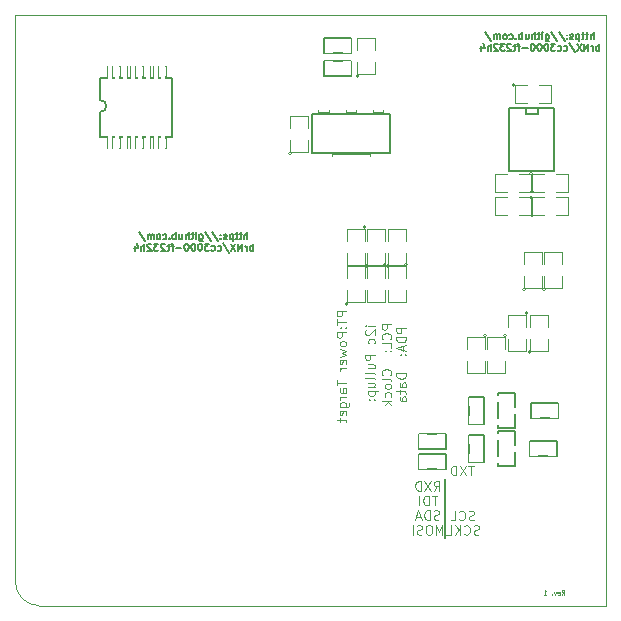
<source format=gbo>
G04 (created by PCBNEW (2013-mar-13)-testing) date Thu 22 Aug 2013 04:52:17 PM WEST*
%MOIN*%
G04 Gerber Fmt 3.4, Leading zero omitted, Abs format*
%FSLAX34Y34*%
G01*
G70*
G90*
G04 APERTURE LIST*
%ADD10C,0.005906*%
%ADD11C,0.004724*%
%ADD12C,0.003937*%
%ADD13C,0.007874*%
%ADD14C,0.003900*%
%ADD15C,0.005000*%
%ADD16C,0.002600*%
%ADD17C,0.008000*%
%ADD18C,0.035400*%
%ADD19O,0.074000X0.074000*%
%ADD20R,0.055000X0.035000*%
%ADD21R,0.035000X0.055000*%
%ADD22R,0.055100X0.023600*%
%ADD23R,0.048000X0.088000*%
%ADD24R,0.141700X0.086600*%
%ADD25R,0.025000X0.045000*%
%ADD26R,0.039400X0.023600*%
%ADD27R,0.045000X0.025000*%
%ADD28R,0.015700X0.062900*%
G04 APERTURE END LIST*
G54D10*
G54D11*
X12373Y9717D02*
X12163Y9717D01*
X12058Y9717D02*
X12073Y9732D01*
X12088Y9717D01*
X12073Y9702D01*
X12058Y9717D01*
X12088Y9717D01*
X12088Y9582D02*
X12073Y9567D01*
X12058Y9537D01*
X12058Y9462D01*
X12073Y9432D01*
X12088Y9417D01*
X12118Y9402D01*
X12148Y9402D01*
X12193Y9417D01*
X12373Y9597D01*
X12373Y9402D01*
X12358Y9132D02*
X12373Y9162D01*
X12373Y9222D01*
X12358Y9252D01*
X12343Y9267D01*
X12313Y9282D01*
X12223Y9282D01*
X12193Y9267D01*
X12178Y9252D01*
X12163Y9222D01*
X12163Y9162D01*
X12178Y9132D01*
X12373Y8757D02*
X12058Y8757D01*
X12058Y8637D01*
X12073Y8607D01*
X12088Y8592D01*
X12118Y8577D01*
X12163Y8577D01*
X12193Y8592D01*
X12208Y8607D01*
X12223Y8637D01*
X12223Y8757D01*
X12163Y8307D02*
X12373Y8307D01*
X12163Y8442D02*
X12328Y8442D01*
X12358Y8427D01*
X12373Y8397D01*
X12373Y8352D01*
X12358Y8322D01*
X12343Y8307D01*
X12373Y8112D02*
X12358Y8142D01*
X12328Y8157D01*
X12058Y8157D01*
X12373Y7947D02*
X12358Y7977D01*
X12328Y7992D01*
X12058Y7992D01*
X12163Y7692D02*
X12373Y7692D01*
X12163Y7827D02*
X12328Y7827D01*
X12358Y7812D01*
X12373Y7782D01*
X12373Y7737D01*
X12358Y7707D01*
X12343Y7692D01*
X12163Y7542D02*
X12478Y7542D01*
X12178Y7542D02*
X12163Y7512D01*
X12163Y7452D01*
X12178Y7422D01*
X12193Y7407D01*
X12223Y7392D01*
X12313Y7392D01*
X12343Y7407D01*
X12358Y7422D01*
X12373Y7452D01*
X12373Y7512D01*
X12358Y7542D01*
X12343Y7257D02*
X12358Y7242D01*
X12373Y7257D01*
X12358Y7272D01*
X12343Y7257D01*
X12373Y7257D01*
X12178Y7257D02*
X12193Y7242D01*
X12208Y7257D01*
X12193Y7272D01*
X12178Y7257D01*
X12208Y7257D01*
X12923Y9765D02*
X12608Y9765D01*
X12608Y9645D01*
X12623Y9615D01*
X12638Y9600D01*
X12668Y9585D01*
X12713Y9585D01*
X12743Y9600D01*
X12758Y9615D01*
X12773Y9645D01*
X12773Y9765D01*
X12893Y9270D02*
X12908Y9285D01*
X12923Y9330D01*
X12923Y9360D01*
X12908Y9405D01*
X12878Y9435D01*
X12848Y9450D01*
X12788Y9465D01*
X12743Y9465D01*
X12683Y9450D01*
X12653Y9435D01*
X12623Y9405D01*
X12608Y9360D01*
X12608Y9330D01*
X12623Y9285D01*
X12638Y9270D01*
X12923Y8985D02*
X12923Y9135D01*
X12608Y9135D01*
X12893Y8880D02*
X12908Y8865D01*
X12923Y8880D01*
X12908Y8895D01*
X12893Y8880D01*
X12923Y8880D01*
X12728Y8880D02*
X12743Y8865D01*
X12758Y8880D01*
X12743Y8895D01*
X12728Y8880D01*
X12758Y8880D01*
X12893Y8070D02*
X12908Y8085D01*
X12923Y8130D01*
X12923Y8160D01*
X12908Y8205D01*
X12878Y8235D01*
X12848Y8250D01*
X12788Y8265D01*
X12743Y8265D01*
X12683Y8250D01*
X12653Y8235D01*
X12623Y8205D01*
X12608Y8160D01*
X12608Y8130D01*
X12623Y8085D01*
X12638Y8070D01*
X12923Y7890D02*
X12908Y7920D01*
X12878Y7935D01*
X12608Y7935D01*
X12923Y7725D02*
X12908Y7755D01*
X12893Y7770D01*
X12863Y7785D01*
X12773Y7785D01*
X12743Y7770D01*
X12728Y7755D01*
X12713Y7725D01*
X12713Y7680D01*
X12728Y7650D01*
X12743Y7635D01*
X12773Y7620D01*
X12863Y7620D01*
X12893Y7635D01*
X12908Y7650D01*
X12923Y7680D01*
X12923Y7725D01*
X12908Y7350D02*
X12923Y7380D01*
X12923Y7440D01*
X12908Y7470D01*
X12893Y7485D01*
X12863Y7500D01*
X12773Y7500D01*
X12743Y7485D01*
X12728Y7470D01*
X12713Y7440D01*
X12713Y7380D01*
X12728Y7350D01*
X12923Y7215D02*
X12608Y7215D01*
X12803Y7185D02*
X12923Y7095D01*
X12713Y7095D02*
X12833Y7215D01*
X13411Y9660D02*
X13096Y9660D01*
X13096Y9540D01*
X13111Y9510D01*
X13126Y9495D01*
X13156Y9480D01*
X13201Y9480D01*
X13231Y9495D01*
X13246Y9510D01*
X13261Y9540D01*
X13261Y9660D01*
X13411Y9345D02*
X13096Y9345D01*
X13096Y9270D01*
X13111Y9225D01*
X13141Y9195D01*
X13171Y9180D01*
X13231Y9165D01*
X13276Y9165D01*
X13336Y9180D01*
X13366Y9195D01*
X13396Y9225D01*
X13411Y9270D01*
X13411Y9345D01*
X13321Y9045D02*
X13321Y8895D01*
X13411Y9075D02*
X13096Y8970D01*
X13411Y8865D01*
X13381Y8760D02*
X13396Y8745D01*
X13411Y8760D01*
X13396Y8775D01*
X13381Y8760D01*
X13411Y8760D01*
X13216Y8760D02*
X13231Y8745D01*
X13246Y8760D01*
X13231Y8775D01*
X13216Y8760D01*
X13246Y8760D01*
X13411Y8130D02*
X13096Y8130D01*
X13096Y8055D01*
X13111Y8010D01*
X13141Y7980D01*
X13171Y7965D01*
X13231Y7950D01*
X13276Y7950D01*
X13336Y7965D01*
X13366Y7980D01*
X13396Y8010D01*
X13411Y8055D01*
X13411Y8130D01*
X13411Y7680D02*
X13246Y7680D01*
X13216Y7695D01*
X13201Y7725D01*
X13201Y7785D01*
X13216Y7815D01*
X13396Y7680D02*
X13411Y7710D01*
X13411Y7785D01*
X13396Y7815D01*
X13366Y7830D01*
X13336Y7830D01*
X13306Y7815D01*
X13291Y7785D01*
X13291Y7710D01*
X13276Y7680D01*
X13201Y7575D02*
X13201Y7455D01*
X13096Y7530D02*
X13366Y7530D01*
X13396Y7515D01*
X13411Y7485D01*
X13411Y7455D01*
X13411Y7215D02*
X13246Y7215D01*
X13216Y7230D01*
X13201Y7260D01*
X13201Y7320D01*
X13216Y7350D01*
X13396Y7215D02*
X13411Y7245D01*
X13411Y7320D01*
X13396Y7350D01*
X13366Y7365D01*
X13336Y7365D01*
X13306Y7350D01*
X13291Y7320D01*
X13291Y7245D01*
X13276Y7215D01*
X11423Y10210D02*
X11108Y10210D01*
X11108Y10090D01*
X11123Y10060D01*
X11138Y10045D01*
X11168Y10030D01*
X11213Y10030D01*
X11243Y10045D01*
X11258Y10060D01*
X11273Y10090D01*
X11273Y10210D01*
X11108Y9940D02*
X11108Y9760D01*
X11423Y9850D02*
X11108Y9850D01*
X11393Y9655D02*
X11408Y9640D01*
X11423Y9655D01*
X11408Y9670D01*
X11393Y9655D01*
X11423Y9655D01*
X11228Y9655D02*
X11243Y9640D01*
X11258Y9655D01*
X11243Y9670D01*
X11228Y9655D01*
X11258Y9655D01*
X11423Y9505D02*
X11108Y9505D01*
X11108Y9385D01*
X11123Y9355D01*
X11138Y9340D01*
X11168Y9325D01*
X11213Y9325D01*
X11243Y9340D01*
X11258Y9355D01*
X11273Y9385D01*
X11273Y9505D01*
X11423Y9145D02*
X11408Y9175D01*
X11393Y9190D01*
X11363Y9205D01*
X11273Y9205D01*
X11243Y9190D01*
X11228Y9175D01*
X11213Y9145D01*
X11213Y9100D01*
X11228Y9070D01*
X11243Y9055D01*
X11273Y9040D01*
X11363Y9040D01*
X11393Y9055D01*
X11408Y9070D01*
X11423Y9100D01*
X11423Y9145D01*
X11213Y8935D02*
X11423Y8875D01*
X11273Y8815D01*
X11423Y8755D01*
X11213Y8695D01*
X11408Y8455D02*
X11423Y8485D01*
X11423Y8545D01*
X11408Y8575D01*
X11378Y8590D01*
X11258Y8590D01*
X11228Y8575D01*
X11213Y8545D01*
X11213Y8485D01*
X11228Y8455D01*
X11258Y8440D01*
X11288Y8440D01*
X11318Y8590D01*
X11423Y8305D02*
X11213Y8305D01*
X11273Y8305D02*
X11243Y8290D01*
X11228Y8275D01*
X11213Y8245D01*
X11213Y8215D01*
X11108Y7915D02*
X11108Y7735D01*
X11423Y7825D02*
X11108Y7825D01*
X11423Y7495D02*
X11258Y7495D01*
X11228Y7510D01*
X11213Y7540D01*
X11213Y7600D01*
X11228Y7630D01*
X11408Y7495D02*
X11423Y7525D01*
X11423Y7600D01*
X11408Y7630D01*
X11378Y7645D01*
X11348Y7645D01*
X11318Y7630D01*
X11303Y7600D01*
X11303Y7525D01*
X11288Y7495D01*
X11423Y7345D02*
X11213Y7345D01*
X11273Y7345D02*
X11243Y7330D01*
X11228Y7315D01*
X11213Y7285D01*
X11213Y7255D01*
X11213Y7015D02*
X11468Y7015D01*
X11498Y7030D01*
X11513Y7045D01*
X11528Y7075D01*
X11528Y7120D01*
X11513Y7150D01*
X11408Y7015D02*
X11423Y7045D01*
X11423Y7105D01*
X11408Y7135D01*
X11393Y7150D01*
X11363Y7165D01*
X11273Y7165D01*
X11243Y7150D01*
X11228Y7135D01*
X11213Y7105D01*
X11213Y7045D01*
X11228Y7015D01*
X11408Y6745D02*
X11423Y6775D01*
X11423Y6835D01*
X11408Y6865D01*
X11378Y6880D01*
X11258Y6880D01*
X11228Y6865D01*
X11213Y6835D01*
X11213Y6775D01*
X11228Y6745D01*
X11258Y6730D01*
X11288Y6730D01*
X11318Y6880D01*
X11213Y6640D02*
X11213Y6520D01*
X11108Y6595D02*
X11378Y6595D01*
X11408Y6580D01*
X11423Y6550D01*
X11423Y6520D01*
G54D10*
X8127Y12609D02*
X8127Y12845D01*
X8025Y12609D02*
X8025Y12733D01*
X8037Y12755D01*
X8059Y12767D01*
X8093Y12767D01*
X8115Y12755D01*
X8127Y12744D01*
X7947Y12767D02*
X7857Y12767D01*
X7913Y12845D02*
X7913Y12643D01*
X7902Y12620D01*
X7879Y12609D01*
X7857Y12609D01*
X7812Y12767D02*
X7722Y12767D01*
X7778Y12845D02*
X7778Y12643D01*
X7767Y12620D01*
X7744Y12609D01*
X7722Y12609D01*
X7643Y12767D02*
X7643Y12530D01*
X7643Y12755D02*
X7620Y12767D01*
X7575Y12767D01*
X7553Y12755D01*
X7542Y12744D01*
X7530Y12722D01*
X7530Y12654D01*
X7542Y12632D01*
X7553Y12620D01*
X7575Y12609D01*
X7620Y12609D01*
X7643Y12620D01*
X7440Y12620D02*
X7418Y12609D01*
X7373Y12609D01*
X7350Y12620D01*
X7339Y12643D01*
X7339Y12654D01*
X7350Y12677D01*
X7373Y12688D01*
X7407Y12688D01*
X7429Y12699D01*
X7440Y12722D01*
X7440Y12733D01*
X7429Y12755D01*
X7407Y12767D01*
X7373Y12767D01*
X7350Y12755D01*
X7238Y12632D02*
X7227Y12620D01*
X7238Y12609D01*
X7249Y12620D01*
X7238Y12632D01*
X7238Y12609D01*
X7238Y12755D02*
X7227Y12744D01*
X7238Y12733D01*
X7249Y12744D01*
X7238Y12755D01*
X7238Y12733D01*
X6957Y12857D02*
X7159Y12553D01*
X6709Y12857D02*
X6912Y12553D01*
X6529Y12767D02*
X6529Y12575D01*
X6541Y12553D01*
X6552Y12542D01*
X6574Y12530D01*
X6608Y12530D01*
X6631Y12542D01*
X6529Y12620D02*
X6552Y12609D01*
X6597Y12609D01*
X6619Y12620D01*
X6631Y12632D01*
X6642Y12654D01*
X6642Y12722D01*
X6631Y12744D01*
X6619Y12755D01*
X6597Y12767D01*
X6552Y12767D01*
X6529Y12755D01*
X6417Y12609D02*
X6417Y12767D01*
X6417Y12845D02*
X6428Y12834D01*
X6417Y12823D01*
X6406Y12834D01*
X6417Y12845D01*
X6417Y12823D01*
X6338Y12767D02*
X6248Y12767D01*
X6304Y12845D02*
X6304Y12643D01*
X6293Y12620D01*
X6271Y12609D01*
X6248Y12609D01*
X6169Y12609D02*
X6169Y12845D01*
X6068Y12609D02*
X6068Y12733D01*
X6079Y12755D01*
X6102Y12767D01*
X6136Y12767D01*
X6158Y12755D01*
X6169Y12744D01*
X5854Y12767D02*
X5854Y12609D01*
X5956Y12767D02*
X5956Y12643D01*
X5944Y12620D01*
X5922Y12609D01*
X5888Y12609D01*
X5866Y12620D01*
X5854Y12632D01*
X5742Y12609D02*
X5742Y12845D01*
X5742Y12755D02*
X5719Y12767D01*
X5674Y12767D01*
X5652Y12755D01*
X5641Y12744D01*
X5629Y12722D01*
X5629Y12654D01*
X5641Y12632D01*
X5652Y12620D01*
X5674Y12609D01*
X5719Y12609D01*
X5742Y12620D01*
X5528Y12632D02*
X5517Y12620D01*
X5528Y12609D01*
X5539Y12620D01*
X5528Y12632D01*
X5528Y12609D01*
X5314Y12620D02*
X5337Y12609D01*
X5382Y12609D01*
X5404Y12620D01*
X5416Y12632D01*
X5427Y12654D01*
X5427Y12722D01*
X5416Y12744D01*
X5404Y12755D01*
X5382Y12767D01*
X5337Y12767D01*
X5314Y12755D01*
X5179Y12609D02*
X5202Y12620D01*
X5213Y12632D01*
X5224Y12654D01*
X5224Y12722D01*
X5213Y12744D01*
X5202Y12755D01*
X5179Y12767D01*
X5146Y12767D01*
X5123Y12755D01*
X5112Y12744D01*
X5101Y12722D01*
X5101Y12654D01*
X5112Y12632D01*
X5123Y12620D01*
X5146Y12609D01*
X5179Y12609D01*
X5000Y12609D02*
X5000Y12767D01*
X5000Y12744D02*
X4988Y12755D01*
X4966Y12767D01*
X4932Y12767D01*
X4910Y12755D01*
X4898Y12733D01*
X4898Y12609D01*
X4898Y12733D02*
X4887Y12755D01*
X4865Y12767D01*
X4831Y12767D01*
X4808Y12755D01*
X4797Y12733D01*
X4797Y12609D01*
X4516Y12857D02*
X4718Y12553D01*
X8312Y12219D02*
X8312Y12456D01*
X8312Y12366D02*
X8290Y12377D01*
X8245Y12377D01*
X8222Y12366D01*
X8211Y12354D01*
X8200Y12332D01*
X8200Y12264D01*
X8211Y12242D01*
X8222Y12231D01*
X8245Y12219D01*
X8290Y12219D01*
X8312Y12231D01*
X8098Y12219D02*
X8098Y12377D01*
X8098Y12332D02*
X8087Y12354D01*
X8076Y12366D01*
X8053Y12377D01*
X8031Y12377D01*
X7952Y12219D02*
X7952Y12456D01*
X7817Y12219D01*
X7817Y12456D01*
X7727Y12456D02*
X7570Y12219D01*
X7570Y12456D02*
X7727Y12219D01*
X7311Y12467D02*
X7514Y12163D01*
X7131Y12231D02*
X7154Y12219D01*
X7199Y12219D01*
X7221Y12231D01*
X7232Y12242D01*
X7244Y12264D01*
X7244Y12332D01*
X7232Y12354D01*
X7221Y12366D01*
X7199Y12377D01*
X7154Y12377D01*
X7131Y12366D01*
X6929Y12231D02*
X6951Y12219D01*
X6996Y12219D01*
X7019Y12231D01*
X7030Y12242D01*
X7041Y12264D01*
X7041Y12332D01*
X7030Y12354D01*
X7019Y12366D01*
X6996Y12377D01*
X6951Y12377D01*
X6929Y12366D01*
X6850Y12456D02*
X6704Y12456D01*
X6782Y12366D01*
X6749Y12366D01*
X6726Y12354D01*
X6715Y12343D01*
X6704Y12321D01*
X6704Y12264D01*
X6715Y12242D01*
X6726Y12231D01*
X6749Y12219D01*
X6816Y12219D01*
X6839Y12231D01*
X6850Y12242D01*
X6557Y12456D02*
X6535Y12456D01*
X6512Y12444D01*
X6501Y12433D01*
X6490Y12411D01*
X6479Y12366D01*
X6479Y12309D01*
X6490Y12264D01*
X6501Y12242D01*
X6512Y12231D01*
X6535Y12219D01*
X6557Y12219D01*
X6580Y12231D01*
X6591Y12242D01*
X6602Y12264D01*
X6614Y12309D01*
X6614Y12366D01*
X6602Y12411D01*
X6591Y12433D01*
X6580Y12444D01*
X6557Y12456D01*
X6332Y12456D02*
X6310Y12456D01*
X6287Y12444D01*
X6276Y12433D01*
X6265Y12411D01*
X6254Y12366D01*
X6254Y12309D01*
X6265Y12264D01*
X6276Y12242D01*
X6287Y12231D01*
X6310Y12219D01*
X6332Y12219D01*
X6355Y12231D01*
X6366Y12242D01*
X6377Y12264D01*
X6389Y12309D01*
X6389Y12366D01*
X6377Y12411D01*
X6366Y12433D01*
X6355Y12444D01*
X6332Y12456D01*
X6107Y12456D02*
X6085Y12456D01*
X6062Y12444D01*
X6051Y12433D01*
X6040Y12411D01*
X6029Y12366D01*
X6029Y12309D01*
X6040Y12264D01*
X6051Y12242D01*
X6062Y12231D01*
X6085Y12219D01*
X6107Y12219D01*
X6130Y12231D01*
X6141Y12242D01*
X6152Y12264D01*
X6164Y12309D01*
X6164Y12366D01*
X6152Y12411D01*
X6141Y12433D01*
X6130Y12444D01*
X6107Y12456D01*
X5928Y12309D02*
X5748Y12309D01*
X5669Y12377D02*
X5579Y12377D01*
X5635Y12219D02*
X5635Y12422D01*
X5624Y12444D01*
X5601Y12456D01*
X5579Y12456D01*
X5534Y12377D02*
X5444Y12377D01*
X5500Y12456D02*
X5500Y12253D01*
X5489Y12231D01*
X5466Y12219D01*
X5444Y12219D01*
X5376Y12433D02*
X5365Y12444D01*
X5343Y12456D01*
X5286Y12456D01*
X5264Y12444D01*
X5253Y12433D01*
X5241Y12411D01*
X5241Y12388D01*
X5253Y12354D01*
X5388Y12219D01*
X5241Y12219D01*
X5163Y12456D02*
X5016Y12456D01*
X5095Y12366D01*
X5061Y12366D01*
X5039Y12354D01*
X5028Y12343D01*
X5016Y12321D01*
X5016Y12264D01*
X5028Y12242D01*
X5039Y12231D01*
X5061Y12219D01*
X5129Y12219D01*
X5151Y12231D01*
X5163Y12242D01*
X4926Y12433D02*
X4915Y12444D01*
X4893Y12456D01*
X4836Y12456D01*
X4814Y12444D01*
X4803Y12433D01*
X4791Y12411D01*
X4791Y12388D01*
X4803Y12354D01*
X4938Y12219D01*
X4791Y12219D01*
X4690Y12219D02*
X4690Y12456D01*
X4589Y12219D02*
X4589Y12343D01*
X4600Y12366D01*
X4623Y12377D01*
X4656Y12377D01*
X4679Y12366D01*
X4690Y12354D01*
X4375Y12377D02*
X4375Y12219D01*
X4431Y12467D02*
X4488Y12298D01*
X4341Y12298D01*
X19669Y19280D02*
X19669Y19517D01*
X19568Y19280D02*
X19568Y19404D01*
X19579Y19427D01*
X19602Y19438D01*
X19635Y19438D01*
X19658Y19427D01*
X19669Y19415D01*
X19489Y19438D02*
X19399Y19438D01*
X19455Y19517D02*
X19455Y19314D01*
X19444Y19292D01*
X19422Y19280D01*
X19399Y19280D01*
X19354Y19438D02*
X19264Y19438D01*
X19320Y19517D02*
X19320Y19314D01*
X19309Y19292D01*
X19287Y19280D01*
X19264Y19280D01*
X19185Y19438D02*
X19185Y19202D01*
X19185Y19427D02*
X19163Y19438D01*
X19118Y19438D01*
X19095Y19427D01*
X19084Y19415D01*
X19073Y19393D01*
X19073Y19325D01*
X19084Y19303D01*
X19095Y19292D01*
X19118Y19280D01*
X19163Y19280D01*
X19185Y19292D01*
X18983Y19292D02*
X18960Y19280D01*
X18915Y19280D01*
X18893Y19292D01*
X18882Y19314D01*
X18882Y19325D01*
X18893Y19348D01*
X18915Y19359D01*
X18949Y19359D01*
X18972Y19370D01*
X18983Y19393D01*
X18983Y19404D01*
X18972Y19427D01*
X18949Y19438D01*
X18915Y19438D01*
X18893Y19427D01*
X18780Y19303D02*
X18769Y19292D01*
X18780Y19280D01*
X18792Y19292D01*
X18780Y19303D01*
X18780Y19280D01*
X18780Y19427D02*
X18769Y19415D01*
X18780Y19404D01*
X18792Y19415D01*
X18780Y19427D01*
X18780Y19404D01*
X18499Y19528D02*
X18702Y19224D01*
X18252Y19528D02*
X18454Y19224D01*
X18072Y19438D02*
X18072Y19247D01*
X18083Y19224D01*
X18094Y19213D01*
X18117Y19202D01*
X18151Y19202D01*
X18173Y19213D01*
X18072Y19292D02*
X18094Y19280D01*
X18139Y19280D01*
X18162Y19292D01*
X18173Y19303D01*
X18184Y19325D01*
X18184Y19393D01*
X18173Y19415D01*
X18162Y19427D01*
X18139Y19438D01*
X18094Y19438D01*
X18072Y19427D01*
X17959Y19280D02*
X17959Y19438D01*
X17959Y19517D02*
X17971Y19505D01*
X17959Y19494D01*
X17948Y19505D01*
X17959Y19517D01*
X17959Y19494D01*
X17881Y19438D02*
X17791Y19438D01*
X17847Y19517D02*
X17847Y19314D01*
X17836Y19292D01*
X17813Y19280D01*
X17791Y19280D01*
X17712Y19280D02*
X17712Y19517D01*
X17611Y19280D02*
X17611Y19404D01*
X17622Y19427D01*
X17644Y19438D01*
X17678Y19438D01*
X17701Y19427D01*
X17712Y19415D01*
X17397Y19438D02*
X17397Y19280D01*
X17498Y19438D02*
X17498Y19314D01*
X17487Y19292D01*
X17464Y19280D01*
X17431Y19280D01*
X17408Y19292D01*
X17397Y19303D01*
X17284Y19280D02*
X17284Y19517D01*
X17284Y19427D02*
X17262Y19438D01*
X17217Y19438D01*
X17194Y19427D01*
X17183Y19415D01*
X17172Y19393D01*
X17172Y19325D01*
X17183Y19303D01*
X17194Y19292D01*
X17217Y19280D01*
X17262Y19280D01*
X17284Y19292D01*
X17071Y19303D02*
X17059Y19292D01*
X17071Y19280D01*
X17082Y19292D01*
X17071Y19303D01*
X17071Y19280D01*
X16857Y19292D02*
X16879Y19280D01*
X16924Y19280D01*
X16947Y19292D01*
X16958Y19303D01*
X16969Y19325D01*
X16969Y19393D01*
X16958Y19415D01*
X16947Y19427D01*
X16924Y19438D01*
X16879Y19438D01*
X16857Y19427D01*
X16722Y19280D02*
X16744Y19292D01*
X16756Y19303D01*
X16767Y19325D01*
X16767Y19393D01*
X16756Y19415D01*
X16744Y19427D01*
X16722Y19438D01*
X16688Y19438D01*
X16666Y19427D01*
X16655Y19415D01*
X16643Y19393D01*
X16643Y19325D01*
X16655Y19303D01*
X16666Y19292D01*
X16688Y19280D01*
X16722Y19280D01*
X16542Y19280D02*
X16542Y19438D01*
X16542Y19415D02*
X16531Y19427D01*
X16508Y19438D01*
X16475Y19438D01*
X16452Y19427D01*
X16441Y19404D01*
X16441Y19280D01*
X16441Y19404D02*
X16430Y19427D01*
X16407Y19438D01*
X16373Y19438D01*
X16351Y19427D01*
X16340Y19404D01*
X16340Y19280D01*
X16058Y19528D02*
X16261Y19224D01*
X19855Y18891D02*
X19855Y19127D01*
X19855Y19037D02*
X19832Y19048D01*
X19787Y19048D01*
X19765Y19037D01*
X19753Y19026D01*
X19742Y19003D01*
X19742Y18936D01*
X19753Y18913D01*
X19765Y18902D01*
X19787Y18891D01*
X19832Y18891D01*
X19855Y18902D01*
X19641Y18891D02*
X19641Y19048D01*
X19641Y19003D02*
X19630Y19026D01*
X19619Y19037D01*
X19596Y19048D01*
X19574Y19048D01*
X19495Y18891D02*
X19495Y19127D01*
X19360Y18891D01*
X19360Y19127D01*
X19270Y19127D02*
X19112Y18891D01*
X19112Y19127D02*
X19270Y18891D01*
X18854Y19138D02*
X19056Y18834D01*
X18674Y18902D02*
X18696Y18891D01*
X18741Y18891D01*
X18764Y18902D01*
X18775Y18913D01*
X18786Y18936D01*
X18786Y19003D01*
X18775Y19026D01*
X18764Y19037D01*
X18741Y19048D01*
X18696Y19048D01*
X18674Y19037D01*
X18471Y18902D02*
X18494Y18891D01*
X18539Y18891D01*
X18561Y18902D01*
X18572Y18913D01*
X18584Y18936D01*
X18584Y19003D01*
X18572Y19026D01*
X18561Y19037D01*
X18539Y19048D01*
X18494Y19048D01*
X18471Y19037D01*
X18392Y19127D02*
X18246Y19127D01*
X18325Y19037D01*
X18291Y19037D01*
X18269Y19026D01*
X18257Y19014D01*
X18246Y18992D01*
X18246Y18936D01*
X18257Y18913D01*
X18269Y18902D01*
X18291Y18891D01*
X18359Y18891D01*
X18381Y18902D01*
X18392Y18913D01*
X18100Y19127D02*
X18077Y19127D01*
X18055Y19116D01*
X18044Y19104D01*
X18032Y19082D01*
X18021Y19037D01*
X18021Y18981D01*
X18032Y18936D01*
X18044Y18913D01*
X18055Y18902D01*
X18077Y18891D01*
X18100Y18891D01*
X18122Y18902D01*
X18134Y18913D01*
X18145Y18936D01*
X18156Y18981D01*
X18156Y19037D01*
X18145Y19082D01*
X18134Y19104D01*
X18122Y19116D01*
X18100Y19127D01*
X17875Y19127D02*
X17852Y19127D01*
X17830Y19116D01*
X17819Y19104D01*
X17807Y19082D01*
X17796Y19037D01*
X17796Y18981D01*
X17807Y18936D01*
X17819Y18913D01*
X17830Y18902D01*
X17852Y18891D01*
X17875Y18891D01*
X17897Y18902D01*
X17909Y18913D01*
X17920Y18936D01*
X17931Y18981D01*
X17931Y19037D01*
X17920Y19082D01*
X17909Y19104D01*
X17897Y19116D01*
X17875Y19127D01*
X17650Y19127D02*
X17628Y19127D01*
X17605Y19116D01*
X17594Y19104D01*
X17583Y19082D01*
X17571Y19037D01*
X17571Y18981D01*
X17583Y18936D01*
X17594Y18913D01*
X17605Y18902D01*
X17628Y18891D01*
X17650Y18891D01*
X17673Y18902D01*
X17684Y18913D01*
X17695Y18936D01*
X17706Y18981D01*
X17706Y19037D01*
X17695Y19082D01*
X17684Y19104D01*
X17673Y19116D01*
X17650Y19127D01*
X17470Y18981D02*
X17290Y18981D01*
X17211Y19048D02*
X17121Y19048D01*
X17178Y18891D02*
X17178Y19093D01*
X17166Y19116D01*
X17144Y19127D01*
X17121Y19127D01*
X17076Y19048D02*
X16986Y19048D01*
X17043Y19127D02*
X17043Y18924D01*
X17031Y18902D01*
X17009Y18891D01*
X16986Y18891D01*
X16919Y19104D02*
X16908Y19116D01*
X16885Y19127D01*
X16829Y19127D01*
X16806Y19116D01*
X16795Y19104D01*
X16784Y19082D01*
X16784Y19059D01*
X16795Y19026D01*
X16930Y18891D01*
X16784Y18891D01*
X16705Y19127D02*
X16559Y19127D01*
X16638Y19037D01*
X16604Y19037D01*
X16581Y19026D01*
X16570Y19014D01*
X16559Y18992D01*
X16559Y18936D01*
X16570Y18913D01*
X16581Y18902D01*
X16604Y18891D01*
X16671Y18891D01*
X16694Y18902D01*
X16705Y18913D01*
X16469Y19104D02*
X16458Y19116D01*
X16435Y19127D01*
X16379Y19127D01*
X16356Y19116D01*
X16345Y19104D01*
X16334Y19082D01*
X16334Y19059D01*
X16345Y19026D01*
X16480Y18891D01*
X16334Y18891D01*
X16233Y18891D02*
X16233Y19127D01*
X16131Y18891D02*
X16131Y19014D01*
X16143Y19037D01*
X16165Y19048D01*
X16199Y19048D01*
X16221Y19037D01*
X16233Y19026D01*
X15918Y19048D02*
X15918Y18891D01*
X15974Y19138D02*
X16030Y18969D01*
X15884Y18969D01*
G54D12*
X18597Y755D02*
X18650Y830D01*
X18687Y755D02*
X18687Y913D01*
X18627Y913D01*
X18612Y905D01*
X18605Y898D01*
X18597Y883D01*
X18597Y860D01*
X18605Y845D01*
X18612Y838D01*
X18627Y830D01*
X18687Y830D01*
X18470Y763D02*
X18485Y755D01*
X18515Y755D01*
X18530Y763D01*
X18537Y778D01*
X18537Y838D01*
X18530Y853D01*
X18515Y860D01*
X18485Y860D01*
X18470Y853D01*
X18462Y838D01*
X18462Y823D01*
X18537Y808D01*
X18410Y860D02*
X18372Y755D01*
X18335Y860D01*
X18275Y770D02*
X18267Y763D01*
X18275Y755D01*
X18282Y763D01*
X18275Y770D01*
X18275Y755D01*
X17997Y755D02*
X18087Y755D01*
X18042Y755D02*
X18042Y913D01*
X18057Y890D01*
X18072Y875D01*
X18087Y868D01*
G54D13*
X14724Y2637D02*
X14724Y4606D01*
G54D11*
X14343Y4227D02*
X14448Y4377D01*
X14523Y4227D02*
X14523Y4542D01*
X14403Y4542D01*
X14373Y4527D01*
X14358Y4512D01*
X14343Y4482D01*
X14343Y4437D01*
X14358Y4407D01*
X14373Y4392D01*
X14403Y4377D01*
X14523Y4377D01*
X14238Y4542D02*
X14028Y4227D01*
X14028Y4542D02*
X14238Y4227D01*
X13908Y4227D02*
X13908Y4542D01*
X13833Y4542D01*
X13788Y4527D01*
X13758Y4497D01*
X13743Y4467D01*
X13728Y4407D01*
X13728Y4362D01*
X13743Y4302D01*
X13758Y4272D01*
X13788Y4242D01*
X13833Y4227D01*
X13908Y4227D01*
X14456Y4054D02*
X14276Y4054D01*
X14366Y3739D02*
X14366Y4054D01*
X14171Y3739D02*
X14171Y4054D01*
X14096Y4054D01*
X14051Y4039D01*
X14021Y4009D01*
X14006Y3979D01*
X13991Y3919D01*
X13991Y3874D01*
X14006Y3814D01*
X14021Y3784D01*
X14051Y3754D01*
X14096Y3739D01*
X14171Y3739D01*
X13856Y3739D02*
X13856Y4054D01*
X14516Y3266D02*
X14471Y3251D01*
X14396Y3251D01*
X14366Y3266D01*
X14351Y3281D01*
X14336Y3311D01*
X14336Y3341D01*
X14351Y3371D01*
X14366Y3386D01*
X14396Y3401D01*
X14456Y3416D01*
X14486Y3431D01*
X14501Y3446D01*
X14516Y3476D01*
X14516Y3506D01*
X14501Y3536D01*
X14486Y3551D01*
X14456Y3566D01*
X14381Y3566D01*
X14336Y3551D01*
X14201Y3251D02*
X14201Y3566D01*
X14126Y3566D01*
X14081Y3551D01*
X14051Y3521D01*
X14036Y3491D01*
X14021Y3431D01*
X14021Y3386D01*
X14036Y3326D01*
X14051Y3296D01*
X14081Y3266D01*
X14126Y3251D01*
X14201Y3251D01*
X13901Y3341D02*
X13751Y3341D01*
X13931Y3251D02*
X13826Y3566D01*
X13721Y3251D01*
X14628Y2763D02*
X14628Y3077D01*
X14523Y2853D01*
X14418Y3077D01*
X14418Y2763D01*
X14208Y3077D02*
X14148Y3077D01*
X14118Y3062D01*
X14088Y3032D01*
X14073Y2973D01*
X14073Y2868D01*
X14088Y2808D01*
X14118Y2778D01*
X14148Y2763D01*
X14208Y2763D01*
X14238Y2778D01*
X14268Y2808D01*
X14283Y2868D01*
X14283Y2973D01*
X14268Y3032D01*
X14238Y3062D01*
X14208Y3077D01*
X13953Y2778D02*
X13908Y2763D01*
X13833Y2763D01*
X13803Y2778D01*
X13788Y2793D01*
X13773Y2823D01*
X13773Y2853D01*
X13788Y2883D01*
X13803Y2898D01*
X13833Y2913D01*
X13893Y2928D01*
X13923Y2943D01*
X13938Y2958D01*
X13953Y2988D01*
X13953Y3017D01*
X13938Y3047D01*
X13923Y3062D01*
X13893Y3077D01*
X13818Y3077D01*
X13773Y3062D01*
X13638Y2763D02*
X13638Y3077D01*
X15673Y5054D02*
X15493Y5054D01*
X15583Y4739D02*
X15583Y5054D01*
X15418Y5054D02*
X15208Y4739D01*
X15208Y5054D02*
X15418Y4739D01*
X15088Y4739D02*
X15088Y5054D01*
X15013Y5054D01*
X14968Y5039D01*
X14938Y5009D01*
X14923Y4979D01*
X14908Y4919D01*
X14908Y4874D01*
X14923Y4814D01*
X14938Y4784D01*
X14968Y4754D01*
X15013Y4739D01*
X15088Y4739D01*
X15689Y3258D02*
X15644Y3243D01*
X15569Y3243D01*
X15539Y3258D01*
X15524Y3273D01*
X15509Y3303D01*
X15509Y3333D01*
X15524Y3363D01*
X15539Y3378D01*
X15569Y3393D01*
X15629Y3408D01*
X15659Y3423D01*
X15674Y3438D01*
X15689Y3468D01*
X15689Y3498D01*
X15674Y3528D01*
X15659Y3543D01*
X15629Y3558D01*
X15554Y3558D01*
X15509Y3543D01*
X15194Y3273D02*
X15209Y3258D01*
X15254Y3243D01*
X15284Y3243D01*
X15329Y3258D01*
X15359Y3288D01*
X15374Y3318D01*
X15389Y3378D01*
X15389Y3423D01*
X15374Y3483D01*
X15359Y3513D01*
X15329Y3543D01*
X15284Y3558D01*
X15254Y3558D01*
X15209Y3543D01*
X15194Y3528D01*
X14910Y3243D02*
X15059Y3243D01*
X15059Y3558D01*
X15847Y2770D02*
X15802Y2755D01*
X15727Y2755D01*
X15697Y2770D01*
X15682Y2785D01*
X15667Y2815D01*
X15667Y2845D01*
X15682Y2875D01*
X15697Y2890D01*
X15727Y2905D01*
X15787Y2920D01*
X15817Y2935D01*
X15832Y2950D01*
X15847Y2980D01*
X15847Y3010D01*
X15832Y3040D01*
X15817Y3055D01*
X15787Y3070D01*
X15712Y3070D01*
X15667Y3055D01*
X15352Y2785D02*
X15367Y2770D01*
X15412Y2755D01*
X15442Y2755D01*
X15487Y2770D01*
X15517Y2800D01*
X15532Y2830D01*
X15547Y2890D01*
X15547Y2935D01*
X15532Y2995D01*
X15517Y3025D01*
X15487Y3055D01*
X15442Y3070D01*
X15412Y3070D01*
X15367Y3055D01*
X15352Y3040D01*
X15217Y2755D02*
X15217Y3070D01*
X15037Y2755D02*
X15172Y2935D01*
X15037Y3070D02*
X15217Y2890D01*
X14752Y2755D02*
X14902Y2755D01*
X14902Y3070D01*
G54D12*
X1181Y393D02*
X20078Y393D01*
X393Y20078D02*
X393Y1181D01*
X393Y1181D02*
G75*
G03X1181Y393I787J0D01*
G74*
G01*
X20078Y20078D02*
X20078Y393D01*
X393Y20078D02*
X20078Y20078D01*
G54D14*
X17475Y10138D02*
G75*
G03X17475Y10138I-50J0D01*
G74*
G01*
X17425Y9688D02*
X17425Y10088D01*
X17425Y10088D02*
X16825Y10088D01*
X16825Y10088D02*
X16825Y9688D01*
X16825Y9288D02*
X16825Y8888D01*
X16825Y8888D02*
X17425Y8888D01*
X17425Y8888D02*
X17425Y9288D01*
X17628Y14788D02*
G75*
G03X17628Y14788I-50J0D01*
G74*
G01*
X18028Y14788D02*
X17628Y14788D01*
X17628Y14788D02*
X17628Y14188D01*
X17628Y14188D02*
X18028Y14188D01*
X18428Y14188D02*
X18828Y14188D01*
X18828Y14188D02*
X18828Y14788D01*
X18828Y14788D02*
X18428Y14788D01*
X17584Y8838D02*
G75*
G03X17584Y8838I-50J0D01*
G74*
G01*
X17534Y9288D02*
X17534Y8888D01*
X17534Y8888D02*
X18134Y8888D01*
X18134Y8888D02*
X18134Y9288D01*
X18134Y9688D02*
X18134Y10088D01*
X18134Y10088D02*
X17534Y10088D01*
X17534Y10088D02*
X17534Y9688D01*
X12151Y11712D02*
G75*
G03X12151Y11712I-50J0D01*
G74*
G01*
X12101Y12162D02*
X12101Y11762D01*
X12101Y11762D02*
X12701Y11762D01*
X12701Y11762D02*
X12701Y12162D01*
X12701Y12562D02*
X12701Y12962D01*
X12701Y12962D02*
X12101Y12962D01*
X12101Y12962D02*
X12101Y12562D01*
X13460Y11752D02*
G75*
G03X13460Y11752I-50J0D01*
G74*
G01*
X13410Y11302D02*
X13410Y11702D01*
X13410Y11702D02*
X12810Y11702D01*
X12810Y11702D02*
X12810Y11302D01*
X12810Y10902D02*
X12810Y10502D01*
X12810Y10502D02*
X13410Y10502D01*
X13410Y10502D02*
X13410Y10902D01*
X12751Y11752D02*
G75*
G03X12751Y11752I-50J0D01*
G74*
G01*
X12701Y11302D02*
X12701Y11702D01*
X12701Y11702D02*
X12101Y11702D01*
X12101Y11702D02*
X12101Y11302D01*
X12101Y10902D02*
X12101Y10502D01*
X12101Y10502D02*
X12701Y10502D01*
X12701Y10502D02*
X12701Y10902D01*
X12860Y11712D02*
G75*
G03X12860Y11712I-50J0D01*
G74*
G01*
X12810Y12162D02*
X12810Y11762D01*
X12810Y11762D02*
X13410Y11762D01*
X13410Y11762D02*
X13410Y12162D01*
X13410Y12562D02*
X13410Y12962D01*
X13410Y12962D02*
X12810Y12962D01*
X12810Y12962D02*
X12810Y12562D01*
X17387Y10924D02*
G75*
G03X17387Y10924I-50J0D01*
G74*
G01*
X17337Y11374D02*
X17337Y10974D01*
X17337Y10974D02*
X17937Y10974D01*
X17937Y10974D02*
X17937Y11374D01*
X17937Y11774D02*
X17937Y12174D01*
X17937Y12174D02*
X17337Y12174D01*
X17337Y12174D02*
X17337Y11774D01*
X18057Y10924D02*
G75*
G03X18057Y10924I-50J0D01*
G74*
G01*
X18007Y11374D02*
X18007Y10974D01*
X18007Y10974D02*
X18607Y10974D01*
X18607Y10974D02*
X18607Y11374D01*
X18607Y11774D02*
X18607Y12174D01*
X18607Y12174D02*
X18007Y12174D01*
X18007Y12174D02*
X18007Y11774D01*
G54D15*
X18298Y16994D02*
X18348Y16994D01*
X18348Y16994D02*
X18348Y14894D01*
X16848Y14894D02*
X16848Y16994D01*
X16848Y16994D02*
X18298Y16994D01*
X17398Y16994D02*
X17398Y16794D01*
X17398Y16794D02*
X17798Y16794D01*
X17798Y16794D02*
X17798Y16994D01*
X16848Y14894D02*
X18348Y14894D01*
G54D14*
X17668Y13400D02*
G75*
G03X17668Y13400I-50J0D01*
G74*
G01*
X17168Y13400D02*
X17568Y13400D01*
X17568Y13400D02*
X17568Y14000D01*
X17568Y14000D02*
X17168Y14000D01*
X16768Y14000D02*
X16368Y14000D01*
X16368Y14000D02*
X16368Y13400D01*
X16368Y13400D02*
X16768Y13400D01*
X17628Y14000D02*
G75*
G03X17628Y14000I-50J0D01*
G74*
G01*
X18028Y14000D02*
X17628Y14000D01*
X17628Y14000D02*
X17628Y13400D01*
X17628Y13400D02*
X18028Y13400D01*
X18428Y13400D02*
X18828Y13400D01*
X18828Y13400D02*
X18828Y14000D01*
X18828Y14000D02*
X18428Y14000D01*
X17668Y14188D02*
G75*
G03X17668Y14188I-50J0D01*
G74*
G01*
X17168Y14188D02*
X17568Y14188D01*
X17568Y14188D02*
X17568Y14788D01*
X17568Y14788D02*
X17168Y14788D01*
X16768Y14788D02*
X16368Y14788D01*
X16368Y14788D02*
X16368Y14188D01*
X16368Y14188D02*
X16768Y14188D01*
X11482Y10452D02*
G75*
G03X11482Y10452I-50J0D01*
G74*
G01*
X11432Y10902D02*
X11432Y10502D01*
X11432Y10502D02*
X12032Y10502D01*
X12032Y10502D02*
X12032Y10902D01*
X12032Y11302D02*
X12032Y11702D01*
X12032Y11702D02*
X11432Y11702D01*
X11432Y11702D02*
X11432Y11302D01*
X12082Y13012D02*
G75*
G03X12082Y13012I-50J0D01*
G74*
G01*
X12032Y12562D02*
X12032Y12962D01*
X12032Y12962D02*
X11432Y12962D01*
X11432Y12962D02*
X11432Y12562D01*
X11432Y12162D02*
X11432Y11762D01*
X11432Y11762D02*
X12032Y11762D01*
X12032Y11762D02*
X12032Y12162D01*
X16767Y9390D02*
G75*
G03X16767Y9390I-50J0D01*
G74*
G01*
X16717Y8940D02*
X16717Y9340D01*
X16717Y9340D02*
X16117Y9340D01*
X16117Y9340D02*
X16117Y8940D01*
X16117Y8540D02*
X16117Y8140D01*
X16117Y8140D02*
X16717Y8140D01*
X16717Y8140D02*
X16717Y8540D01*
X16098Y9390D02*
G75*
G03X16098Y9390I-50J0D01*
G74*
G01*
X16048Y8940D02*
X16048Y9340D01*
X16048Y9340D02*
X15448Y9340D01*
X15448Y9340D02*
X15448Y8940D01*
X15448Y8540D02*
X15448Y8140D01*
X15448Y8140D02*
X16048Y8140D01*
X16048Y8140D02*
X16048Y8540D01*
G54D16*
X10944Y15432D02*
X12204Y15432D01*
X12204Y15432D02*
X12204Y14701D01*
X10944Y14701D02*
X12204Y14701D01*
X10944Y15432D02*
X10944Y14701D01*
X11404Y17581D02*
X11744Y17581D01*
X11744Y17581D02*
X11744Y16850D01*
X11404Y16850D02*
X11744Y16850D01*
X11404Y17581D02*
X11404Y16850D01*
X10494Y17581D02*
X10834Y17581D01*
X10834Y17581D02*
X10834Y16850D01*
X10494Y16850D02*
X10834Y16850D01*
X10494Y17581D02*
X10494Y16850D01*
X12314Y17581D02*
X12654Y17581D01*
X12654Y17581D02*
X12654Y16850D01*
X12314Y16850D02*
X12654Y16850D01*
X12314Y17581D02*
X12314Y16850D01*
X10944Y15432D02*
X12204Y15432D01*
X12204Y15432D02*
X12204Y14701D01*
X10944Y14701D02*
X12204Y14701D01*
X10944Y15432D02*
X10944Y14701D01*
X11404Y17581D02*
X11744Y17581D01*
X11744Y17581D02*
X11744Y16850D01*
X11404Y16850D02*
X11744Y16850D01*
X11404Y17581D02*
X11404Y16850D01*
X10494Y17581D02*
X10834Y17581D01*
X10834Y17581D02*
X10834Y16850D01*
X10494Y16850D02*
X10834Y16850D01*
X10494Y17581D02*
X10494Y16850D01*
X12314Y17581D02*
X12654Y17581D01*
X12654Y17581D02*
X12654Y16850D01*
X12314Y16850D02*
X12654Y16850D01*
X12314Y17581D02*
X12314Y16850D01*
G54D17*
X12864Y15491D02*
X12864Y16791D01*
X12864Y16791D02*
X10284Y16791D01*
X10284Y16791D02*
X10284Y15491D01*
X10284Y15491D02*
X12864Y15491D01*
G54D15*
X10691Y18805D02*
X11591Y18805D01*
X11591Y18805D02*
X11591Y19305D01*
X11591Y19305D02*
X10691Y19305D01*
X10691Y19305D02*
X10691Y18805D01*
X10691Y18057D02*
X11591Y18057D01*
X11591Y18057D02*
X11591Y18557D01*
X11591Y18557D02*
X10691Y18557D01*
X10691Y18557D02*
X10691Y18057D01*
X14741Y5446D02*
X13841Y5446D01*
X13841Y5446D02*
X13841Y4946D01*
X13841Y4946D02*
X14741Y4946D01*
X14741Y4946D02*
X14741Y5446D01*
X14741Y6116D02*
X13841Y6116D01*
X13841Y6116D02*
X13841Y5616D01*
X13841Y5616D02*
X14741Y5616D01*
X14741Y5616D02*
X14741Y6116D01*
X17581Y6639D02*
X18481Y6639D01*
X18481Y6639D02*
X18481Y7139D01*
X18481Y7139D02*
X17581Y7139D01*
X17581Y7139D02*
X17581Y6639D01*
X17542Y5379D02*
X18442Y5379D01*
X18442Y5379D02*
X18442Y5879D01*
X18442Y5879D02*
X17542Y5879D01*
X17542Y5879D02*
X17542Y5379D01*
X16496Y6004D02*
X16236Y6004D01*
X16496Y5254D02*
X16236Y5254D01*
X17046Y5629D02*
X17306Y5629D01*
X17046Y5039D02*
X17046Y6219D01*
X17046Y6219D02*
X16496Y6219D01*
X16496Y6219D02*
X16496Y5039D01*
X16496Y5039D02*
X17046Y5039D01*
X16496Y7264D02*
X16236Y7264D01*
X16496Y6514D02*
X16236Y6514D01*
X17046Y6889D02*
X17306Y6889D01*
X17046Y6299D02*
X17046Y7479D01*
X17046Y7479D02*
X16496Y7479D01*
X16496Y7479D02*
X16496Y6299D01*
X16496Y6299D02*
X17046Y6299D01*
X15498Y7339D02*
X15498Y6439D01*
X15498Y6439D02*
X15998Y6439D01*
X15998Y6439D02*
X15998Y7339D01*
X15998Y7339D02*
X15498Y7339D01*
X15998Y5179D02*
X15998Y6079D01*
X15998Y6079D02*
X15498Y6079D01*
X15498Y6079D02*
X15498Y5179D01*
X15498Y5179D02*
X15998Y5179D01*
G54D14*
X17037Y17740D02*
G75*
G03X17037Y17740I-50J0D01*
G74*
G01*
X17437Y17740D02*
X17037Y17740D01*
X17037Y17740D02*
X17037Y17140D01*
X17037Y17140D02*
X17437Y17140D01*
X17837Y17140D02*
X18237Y17140D01*
X18237Y17140D02*
X18237Y17740D01*
X18237Y17740D02*
X17837Y17740D01*
G54D16*
X3455Y18365D02*
X3612Y18365D01*
X3612Y18365D02*
X3612Y18043D01*
X3455Y18043D02*
X3612Y18043D01*
X3455Y18365D02*
X3455Y18043D01*
X3711Y18365D02*
X3868Y18365D01*
X3868Y18365D02*
X3868Y18043D01*
X3711Y18043D02*
X3868Y18043D01*
X3711Y18365D02*
X3711Y18043D01*
X3967Y18365D02*
X4124Y18365D01*
X4124Y18365D02*
X4124Y18043D01*
X3967Y18043D02*
X4124Y18043D01*
X3967Y18365D02*
X3967Y18043D01*
X4222Y18365D02*
X4380Y18365D01*
X4380Y18365D02*
X4380Y18043D01*
X4222Y18043D02*
X4380Y18043D01*
X4222Y18365D02*
X4222Y18043D01*
X4477Y18365D02*
X4635Y18365D01*
X4635Y18365D02*
X4635Y18043D01*
X4477Y18043D02*
X4635Y18043D01*
X4477Y18365D02*
X4477Y18043D01*
X4733Y18365D02*
X4891Y18365D01*
X4891Y18365D02*
X4891Y18043D01*
X4733Y18043D02*
X4891Y18043D01*
X4733Y18365D02*
X4733Y18043D01*
X4989Y18365D02*
X5147Y18365D01*
X5147Y18365D02*
X5147Y18043D01*
X4989Y18043D02*
X5147Y18043D01*
X4989Y18365D02*
X4989Y18043D01*
X5245Y18365D02*
X5403Y18365D01*
X5403Y18365D02*
X5403Y18043D01*
X5245Y18043D02*
X5403Y18043D01*
X5245Y18365D02*
X5245Y18043D01*
X5245Y15973D02*
X5403Y15973D01*
X5403Y15973D02*
X5403Y15650D01*
X5245Y15650D02*
X5403Y15650D01*
X5245Y15973D02*
X5245Y15650D01*
X4989Y15973D02*
X5147Y15973D01*
X5147Y15973D02*
X5147Y15650D01*
X4989Y15650D02*
X5147Y15650D01*
X4989Y15973D02*
X4989Y15650D01*
X4733Y15973D02*
X4891Y15973D01*
X4891Y15973D02*
X4891Y15650D01*
X4733Y15650D02*
X4891Y15650D01*
X4733Y15973D02*
X4733Y15650D01*
X4477Y15973D02*
X4635Y15973D01*
X4635Y15973D02*
X4635Y15650D01*
X4477Y15650D02*
X4635Y15650D01*
X4477Y15973D02*
X4477Y15650D01*
X4222Y15973D02*
X4380Y15973D01*
X4380Y15973D02*
X4380Y15650D01*
X4222Y15650D02*
X4380Y15650D01*
X4222Y15973D02*
X4222Y15650D01*
X3967Y15973D02*
X4124Y15973D01*
X4124Y15973D02*
X4124Y15650D01*
X3967Y15650D02*
X4124Y15650D01*
X3967Y15973D02*
X3967Y15650D01*
X3711Y15973D02*
X3868Y15973D01*
X3868Y15973D02*
X3868Y15650D01*
X3711Y15650D02*
X3868Y15650D01*
X3711Y15973D02*
X3711Y15650D01*
X3455Y15973D02*
X3612Y15973D01*
X3612Y15973D02*
X3612Y15650D01*
X3455Y15650D02*
X3612Y15650D01*
X3455Y15973D02*
X3455Y15650D01*
X3455Y18365D02*
X3612Y18365D01*
X3612Y18365D02*
X3612Y18043D01*
X3455Y18043D02*
X3612Y18043D01*
X3455Y18365D02*
X3455Y18043D01*
X3711Y18365D02*
X3868Y18365D01*
X3868Y18365D02*
X3868Y18043D01*
X3711Y18043D02*
X3868Y18043D01*
X3711Y18365D02*
X3711Y18043D01*
X3967Y18365D02*
X4124Y18365D01*
X4124Y18365D02*
X4124Y18043D01*
X3967Y18043D02*
X4124Y18043D01*
X3967Y18365D02*
X3967Y18043D01*
X4222Y18365D02*
X4380Y18365D01*
X4380Y18365D02*
X4380Y18043D01*
X4222Y18043D02*
X4380Y18043D01*
X4222Y18365D02*
X4222Y18043D01*
X4477Y18365D02*
X4635Y18365D01*
X4635Y18365D02*
X4635Y18043D01*
X4477Y18043D02*
X4635Y18043D01*
X4477Y18365D02*
X4477Y18043D01*
X4733Y18365D02*
X4891Y18365D01*
X4891Y18365D02*
X4891Y18043D01*
X4733Y18043D02*
X4891Y18043D01*
X4733Y18365D02*
X4733Y18043D01*
X4989Y18365D02*
X5147Y18365D01*
X5147Y18365D02*
X5147Y18043D01*
X4989Y18043D02*
X5147Y18043D01*
X4989Y18365D02*
X4989Y18043D01*
X5245Y18365D02*
X5403Y18365D01*
X5403Y18365D02*
X5403Y18043D01*
X5245Y18043D02*
X5403Y18043D01*
X5245Y18365D02*
X5245Y18043D01*
X5245Y15973D02*
X5403Y15973D01*
X5403Y15973D02*
X5403Y15650D01*
X5245Y15650D02*
X5403Y15650D01*
X5245Y15973D02*
X5245Y15650D01*
X4989Y15973D02*
X5147Y15973D01*
X5147Y15973D02*
X5147Y15650D01*
X4989Y15650D02*
X5147Y15650D01*
X4989Y15973D02*
X4989Y15650D01*
X4733Y15973D02*
X4891Y15973D01*
X4891Y15973D02*
X4891Y15650D01*
X4733Y15650D02*
X4891Y15650D01*
X4733Y15973D02*
X4733Y15650D01*
X4477Y15973D02*
X4635Y15973D01*
X4635Y15973D02*
X4635Y15650D01*
X4477Y15650D02*
X4635Y15650D01*
X4477Y15973D02*
X4477Y15650D01*
X4222Y15973D02*
X4380Y15973D01*
X4380Y15973D02*
X4380Y15650D01*
X4222Y15650D02*
X4380Y15650D01*
X4222Y15973D02*
X4222Y15650D01*
X3967Y15973D02*
X4124Y15973D01*
X4124Y15973D02*
X4124Y15650D01*
X3967Y15650D02*
X4124Y15650D01*
X3967Y15973D02*
X3967Y15650D01*
X3711Y15973D02*
X3868Y15973D01*
X3868Y15973D02*
X3868Y15650D01*
X3711Y15650D02*
X3868Y15650D01*
X3711Y15973D02*
X3711Y15650D01*
X3455Y15973D02*
X3612Y15973D01*
X3612Y15973D02*
X3612Y15650D01*
X3455Y15650D02*
X3612Y15650D01*
X3455Y15973D02*
X3455Y15650D01*
G54D17*
X5629Y17991D02*
X3228Y17991D01*
X3228Y16024D02*
X5629Y16024D01*
X5629Y17991D02*
X5629Y16024D01*
X3228Y16024D02*
X3307Y16024D01*
X3228Y16024D02*
X3228Y16851D01*
X3228Y17243D02*
X3228Y17991D01*
X3228Y17991D02*
X3307Y17991D01*
X5550Y17991D02*
X5629Y17991D01*
X5629Y17991D02*
X5629Y16024D01*
X5629Y16024D02*
X5550Y16024D01*
X3228Y17243D02*
G75*
G02X3228Y16851I0J-196D01*
G74*
G01*
G54D14*
X11836Y18050D02*
G75*
G03X11836Y18050I-50J0D01*
G74*
G01*
X11786Y18500D02*
X11786Y18100D01*
X11786Y18100D02*
X12386Y18100D01*
X12386Y18100D02*
X12386Y18500D01*
X12386Y18900D02*
X12386Y19300D01*
X12386Y19300D02*
X11786Y19300D01*
X11786Y19300D02*
X11786Y18900D01*
X9592Y15452D02*
G75*
G03X9592Y15452I-50J0D01*
G74*
G01*
X9542Y15902D02*
X9542Y15502D01*
X9542Y15502D02*
X10142Y15502D01*
X10142Y15502D02*
X10142Y15902D01*
X10142Y16302D02*
X10142Y16702D01*
X10142Y16702D02*
X9542Y16702D01*
X9542Y16702D02*
X9542Y16302D01*
%LPC*%
G54D18*
X13858Y18167D03*
X15590Y18168D03*
G54D19*
X5081Y2432D03*
X5081Y1432D03*
X4081Y2432D03*
X4081Y1432D03*
X3081Y2432D03*
X3081Y1432D03*
X2081Y2432D03*
X2081Y1432D03*
X8081Y10737D03*
X8081Y9737D03*
X8081Y8737D03*
X8081Y7737D03*
X8081Y6737D03*
X8081Y5737D03*
X8081Y4737D03*
X8081Y3737D03*
G54D20*
X17125Y9863D03*
X17125Y9113D03*
G54D21*
X17853Y14488D03*
X18603Y14488D03*
G54D20*
X17834Y9113D03*
X17834Y9863D03*
X12401Y11987D03*
X12401Y12737D03*
X13110Y11477D03*
X13110Y10727D03*
X12401Y11477D03*
X12401Y10727D03*
X13110Y11987D03*
X13110Y12737D03*
X17637Y11199D03*
X17637Y11949D03*
X18307Y11199D03*
X18307Y11949D03*
G54D19*
X12283Y2215D03*
X13283Y2115D03*
X14283Y2215D03*
X15283Y2115D03*
G54D22*
X16548Y16694D03*
X18648Y16694D03*
X16548Y16194D03*
X16548Y15694D03*
X16548Y15194D03*
X18648Y16194D03*
X18648Y15694D03*
X18648Y15194D03*
G54D21*
X17343Y13700D03*
X16593Y13700D03*
X17853Y13700D03*
X18603Y13700D03*
X17343Y14488D03*
X16593Y14488D03*
G54D20*
X11732Y10727D03*
X11732Y11477D03*
X11732Y12737D03*
X11732Y11987D03*
X16417Y9115D03*
X16417Y8365D03*
X15748Y9115D03*
X15748Y8365D03*
G54D23*
X10664Y17361D03*
X11574Y17361D03*
X12484Y17361D03*
G54D24*
X11574Y14921D03*
G54D25*
X10841Y19055D03*
X11441Y19055D03*
X10841Y18307D03*
X11441Y18307D03*
X14591Y5196D03*
X13991Y5196D03*
X14591Y5866D03*
X13991Y5866D03*
G54D19*
X12174Y4173D03*
X13314Y4173D03*
X16369Y4212D03*
X15229Y4212D03*
X12174Y5196D03*
X13314Y5196D03*
X12134Y6181D03*
X13274Y6181D03*
X19330Y984D03*
X19330Y1984D03*
X19330Y2984D03*
X19330Y3984D03*
X19330Y4984D03*
X19330Y5984D03*
X19330Y6984D03*
X19330Y7984D03*
X19330Y8984D03*
X19330Y9984D03*
X19330Y10984D03*
X19330Y11984D03*
X19330Y12984D03*
X10314Y12992D03*
X10314Y11992D03*
X10314Y10992D03*
X10314Y9992D03*
X10314Y8992D03*
X10314Y7992D03*
X10314Y6992D03*
X10314Y5992D03*
X10314Y4992D03*
X10314Y3992D03*
X10314Y2992D03*
X10314Y1992D03*
X10314Y992D03*
G54D25*
X17731Y6889D03*
X18331Y6889D03*
X17692Y5629D03*
X18292Y5629D03*
G54D26*
X16355Y5254D03*
X17187Y5629D03*
X16355Y6004D03*
X16355Y6514D03*
X17187Y6889D03*
X16355Y7264D03*
G54D27*
X15748Y7189D03*
X15748Y6589D03*
X15748Y5329D03*
X15748Y5929D03*
G54D19*
X944Y19538D03*
X1944Y19438D03*
X2944Y19538D03*
X3944Y19438D03*
X4944Y19538D03*
X5944Y19438D03*
X6944Y19538D03*
X7944Y19438D03*
X944Y14538D03*
X1944Y14438D03*
X2944Y14538D03*
X3944Y14438D03*
X4944Y14538D03*
X5944Y14438D03*
X6944Y14538D03*
X7944Y14438D03*
G54D21*
X17262Y17440D03*
X18012Y17440D03*
G54D19*
X12283Y1220D03*
X13283Y1120D03*
X14283Y1220D03*
X15283Y1120D03*
X16283Y1220D03*
X17283Y1120D03*
G54D28*
X3534Y18169D03*
X3789Y18169D03*
X4045Y18169D03*
X4301Y18169D03*
X4556Y18169D03*
X4812Y18169D03*
X5068Y18169D03*
X5324Y18169D03*
X5324Y15847D03*
X5068Y15847D03*
X4812Y15847D03*
X4556Y15847D03*
X4301Y15847D03*
X4045Y15847D03*
X3789Y15847D03*
X3534Y15847D03*
G54D20*
X12086Y18325D03*
X12086Y19075D03*
X9842Y15727D03*
X9842Y16477D03*
M02*

</source>
